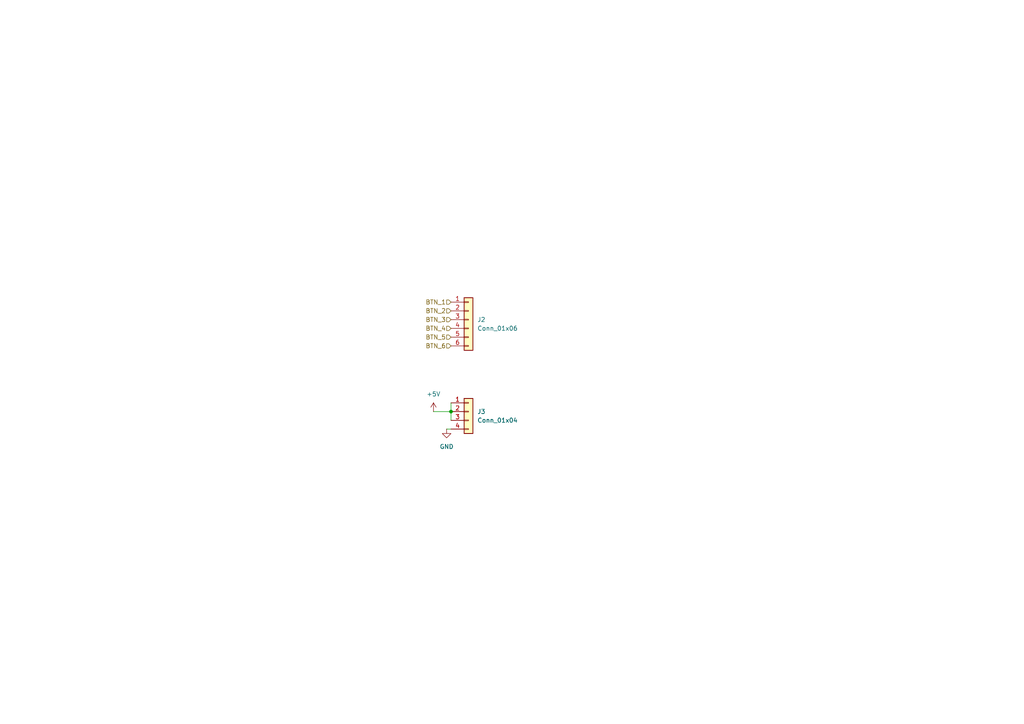
<source format=kicad_sch>
(kicad_sch (version 20250114) (generator "eeschema") (generator_version "9.0")
  (paper "A4")
  (lib_symbols
    (symbol "Connector_Generic:Conn_01x04" (pin_names (offset 1.016) (hide yes))
      (property "Reference" "J" (at 0 5.08 0))
      (property "Value" "Conn_01x04" (at 0 -7.62 0))
      (symbol "Conn_01x04_1_1"
        (rectangle (start -1.27 3.81) (end 1.27 -6.35) (stroke (width 0.254)) (fill (type background)))
        (rectangle (start -1.27 2.667) (end 0 2.413) (stroke (width 0.1524)))
        (rectangle (start -1.27 0.127) (end 0 -0.127) (stroke (width 0.1524)))
        (rectangle (start -1.27 -2.413) (end 0 -2.667) (stroke (width 0.1524)))
        (rectangle (start -1.27 -4.953) (end 0 -5.207) (stroke (width 0.1524)))
        (pin passive line (at -5.08 2.54 0) (length 3.81) (name "Pin_1") (number "1"))
        (pin passive line (at -5.08 0 0) (length 3.81) (name "Pin_2") (number "2"))
        (pin passive line (at -5.08 -2.54 0) (length 3.81) (name "Pin_3") (number "3"))
        (pin passive line (at -5.08 -5.08 0) (length 3.81) (name "Pin_4") (number "4"))
      )
    )
    (symbol "Connector_Generic:Conn_01x06" (pin_names (offset 1.016) (hide yes))
      (property "Reference" "J" (at 0 7.62 0))
      (property "Value" "Conn_01x06" (at 0 -10.16 0))
      (symbol "Conn_01x06_1_1"
        (rectangle (start -1.27 6.35) (end 1.27 -8.89) (stroke (width 0.254)) (fill (type background)))
        (rectangle (start -1.27 5.207) (end 0 4.953) (stroke (width 0.1524)))
        (rectangle (start -1.27 2.667) (end 0 2.413) (stroke (width 0.1524)))
        (rectangle (start -1.27 0.127) (end 0 -0.127) (stroke (width 0.1524)))
        (rectangle (start -1.27 -2.413) (end 0 -2.667) (stroke (width 0.1524)))
        (rectangle (start -1.27 -4.953) (end 0 -5.207) (stroke (width 0.1524)))
        (rectangle (start -1.27 -7.493) (end 0 -7.747) (stroke (width 0.1524)))
        (pin passive line (at -5.08 5.08 0) (length 3.81) (name "Pin_1") (number "1"))
        (pin passive line (at -5.08 2.54 0) (length 3.81) (name "Pin_2") (number "2"))
        (pin passive line (at -5.08 0 0) (length 3.81) (name "Pin_3") (number "3"))
        (pin passive line (at -5.08 -2.54 0) (length 3.81) (name "Pin_4") (number "4"))
        (pin passive line (at -5.08 -5.08 0) (length 3.81) (name "Pin_5") (number "5"))
        (pin passive line (at -5.08 -7.62 0) (length 3.81) (name "Pin_6") (number "6"))
      )
    )
    (symbol "power:+5V" (power) (pin_numbers (hide yes)) (pin_names (offset 0) (hide yes))
      (property "Value" "+5V" (at 0 3.556 0))
      (symbol "+5V_0_1"
        (polyline (pts (xy -0.762 1.27) (xy 0 2.54)))
        (polyline (pts (xy 0 2.54) (xy 0.762 1.27)))
        (polyline (pts (xy 0 0) (xy 0 2.54)))
      )
      (symbol "+5V_1_1"
        (pin power_in line (at 0 0 90) (length 0) (name "~") (number "1"))
      )
    )
    (symbol "power:GND" (power) (pin_numbers (hide yes)) (pin_names (offset 0) (hide yes))
      (property "Value" "GND" (at 0 -3.81 0))
      (symbol "GND_0_1"
        (polyline (pts (xy 0 0) (xy 0 -1.27) (xy 1.27 -1.27) (xy 0 -2.54) (xy -1.27 -1.27) (xy 0 -1.27)))
      )
      (symbol "GND_1_1"
        (pin power_in line (at 0 0 270) (length 0) (name "~") (number "1"))
      )
    )
  )
  (junction (at 130.81 119.38))
  (wire (pts (xy 129.54 124.46) (xy 130.81 124.46)))
  (wire (pts (xy 130.81 116.84) (xy 130.81 119.38)))
  (wire (pts (xy 130.81 119.38) (xy 130.81 121.92)))
  (wire (pts (xy 125.73 119.38) (xy 130.81 119.38)))
  (hierarchical_label "BTN_5" (shape input) (at 130.81 97.79 180))
  (hierarchical_label "BTN_6" (shape input) (at 130.81 100.33 180))
  (hierarchical_label "BTN_1" (shape input) (at 130.81 87.63 180))
  (hierarchical_label "BTN_4" (shape input) (at 130.81 95.25 180))
  (hierarchical_label "BTN_2" (shape input) (at 130.81 90.17 180))
  (hierarchical_label "BTN_3" (shape input) (at 130.81 92.71 180))
  (symbol (lib_id "Connector_Generic:Conn_01x04") (at 135.89 119.38 0) (unit 1)
    (property "Reference" "J3" (at 138.43 119.3799 0) (effects (justify left)))
    (property "Value" "Conn_01x04" (at 138.43 121.9199 0) (effects (justify left)))
    (property "Footprint" "Connector_JST:JST_EH_B4B-EH-A_1x04_P2.50mm_Vertical" (effects (hide yes)))
    (property "Description" "Generic connector, single row, 01x04, script generated (kicad-library-utils/schlib/autogen/connector/)" (effects (hide yes)))
  )
  (symbol (lib_id "Connector_Generic:Conn_01x06") (at 135.89 92.71 0) (unit 1)
    (property "Reference" "J2" (at 138.43 92.7099 0) (effects (justify left)))
    (property "Value" "Conn_01x06" (at 138.43 95.2499 0) (effects (justify left)))
    (property "Footprint" "Connector_JST:JST_EH_B6B-EH-A_1x06_P2.50mm_Vertical" (effects (hide yes)))
    (property "Description" "Generic connector, single row, 01x06, script generated (kicad-library-utils/schlib/autogen/connector/)" (effects (hide yes)))
  )
  (symbol (lib_id "power:GND") (at 129.54 124.46 0) (unit 1)
    (property "Reference" "#PWR011" (effects (hide yes)))
    (property "Value" "GND" (at 129.54 129.54 0))
    (property "Description" "Power symbol creates a global label with name \"GND\" , ground" (effects (hide yes)))
  )
  (symbol (lib_id "power:+5V") (at 125.73 119.38 0) (unit 1)
    (property "Reference" "#PWR010" (effects (hide yes)))
    (property "Value" "+5V" (at 125.73 114.3 0))
    (property "Description" "Power symbol creates a global label with name \"+5V\"" (effects (hide yes)))
  )
)
</source>
